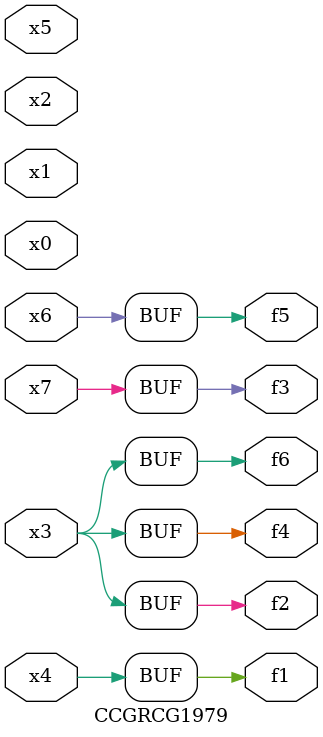
<source format=v>
module CCGRCG1979(
	input x0, x1, x2, x3, x4, x5, x6, x7,
	output f1, f2, f3, f4, f5, f6
);
	assign f1 = x4;
	assign f2 = x3;
	assign f3 = x7;
	assign f4 = x3;
	assign f5 = x6;
	assign f6 = x3;
endmodule

</source>
